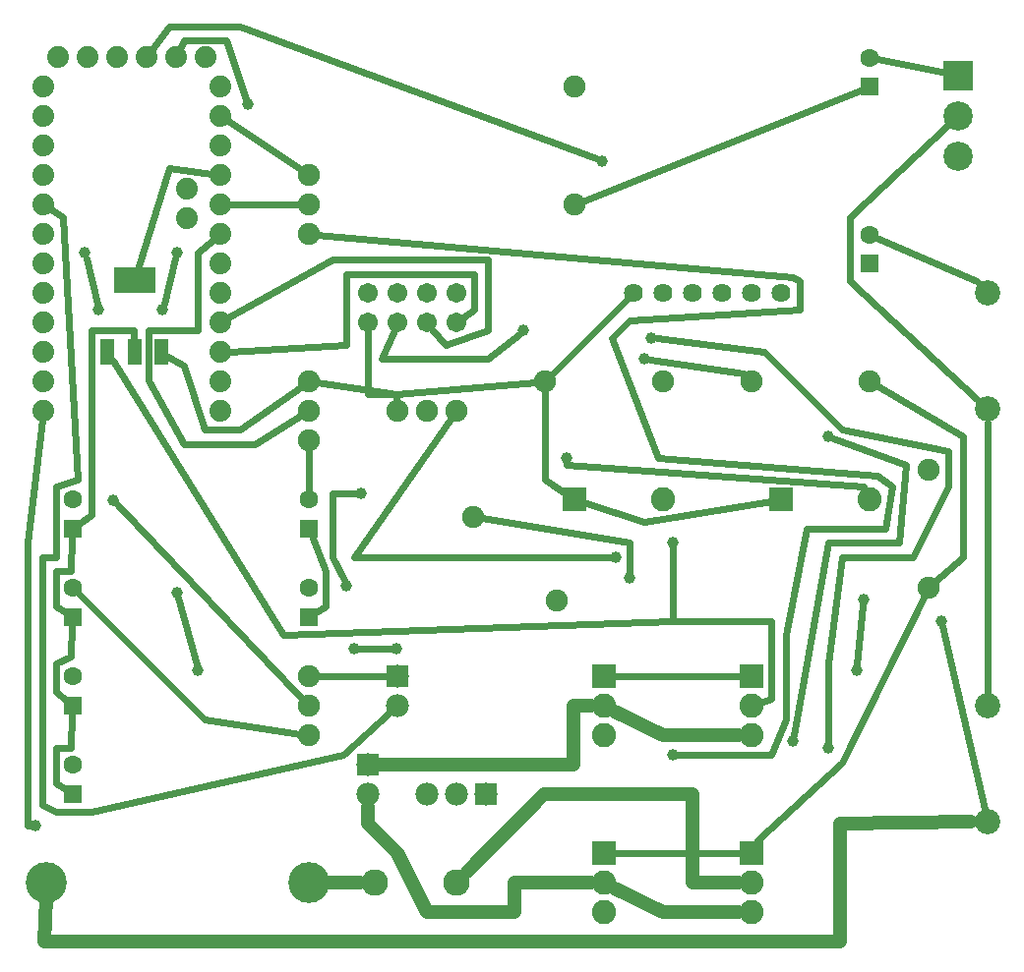
<source format=gbl>
G04 MADE WITH FRITZING*
G04 WWW.FRITZING.ORG*
G04 DOUBLE SIDED*
G04 HOLES PLATED*
G04 CONTOUR ON CENTER OF CONTOUR VECTOR*
%ASAXBY*%
%FSLAX23Y23*%
%MOIN*%
%OFA0B0*%
%SFA1.0B1.0*%
%ADD10C,0.039370*%
%ADD11C,0.078000*%
%ADD12C,0.062992*%
%ADD13C,0.075000*%
%ADD14C,0.074000*%
%ADD15C,0.064000*%
%ADD16C,0.085437*%
%ADD17C,0.082000*%
%ADD18C,0.090000*%
%ADD19C,0.067278*%
%ADD20C,0.138889*%
%ADD21C,0.099055*%
%ADD22R,0.078000X0.078000*%
%ADD23R,0.062992X0.062992*%
%ADD24R,0.082000X0.082000*%
%ADD25R,0.099055X0.099055*%
%ADD26R,0.048000X0.088000*%
%ADD27R,0.141732X0.086614*%
%ADD28C,0.024000*%
%ADD29C,0.048000*%
%LNCOPPER0*%
G90*
G70*
G54D10*
X2220Y1454D03*
X1860Y1742D03*
X540Y2438D03*
X492Y2246D03*
X324Y1598D03*
X228Y2438D03*
X276Y2246D03*
X1116Y1310D03*
X1164Y1622D03*
X2124Y2078D03*
X1284Y1094D03*
X1140Y1094D03*
X2220Y734D03*
X612Y1022D03*
X540Y1286D03*
X2028Y1406D03*
X2748Y1814D03*
X2628Y782D03*
X1716Y2174D03*
X2148Y2150D03*
X2748Y758D03*
X60Y494D03*
X780Y2942D03*
X2844Y1022D03*
X2868Y1262D03*
X2076Y1334D03*
X1980Y2750D03*
X3132Y1190D03*
G54D11*
X1288Y1001D03*
X1288Y901D03*
G54D12*
X2888Y2401D03*
X2888Y2500D03*
X2888Y3001D03*
X2888Y3100D03*
G54D13*
X1888Y3001D03*
X1888Y2601D03*
G54D14*
X638Y3101D03*
X538Y3101D03*
X438Y3101D03*
X338Y3101D03*
X238Y3101D03*
X138Y3101D03*
X688Y3001D03*
X688Y2901D03*
X688Y2801D03*
X688Y2701D03*
X688Y2601D03*
X573Y2656D03*
X573Y2556D03*
X688Y2501D03*
X688Y2401D03*
X688Y2301D03*
X688Y2201D03*
X688Y2101D03*
X688Y2001D03*
X688Y1901D03*
X88Y1901D03*
X88Y2001D03*
X88Y2101D03*
X88Y2201D03*
X88Y2301D03*
X88Y2401D03*
X88Y2501D03*
X88Y2601D03*
X88Y2701D03*
X88Y2801D03*
X88Y2901D03*
X88Y3001D03*
G54D15*
X2588Y2301D03*
X2488Y2301D03*
X2388Y2301D03*
X2288Y2301D03*
X2188Y2301D03*
X2088Y2301D03*
G54D16*
X3288Y508D03*
X3288Y901D03*
X3288Y508D03*
X3288Y901D03*
X3288Y1908D03*
X3288Y2301D03*
X3288Y1908D03*
X3288Y2301D03*
G54D17*
X1988Y401D03*
X1988Y301D03*
X1988Y201D03*
X1988Y1001D03*
X1988Y901D03*
X1988Y801D03*
X2488Y401D03*
X2488Y301D03*
X2488Y201D03*
X2488Y1001D03*
X2488Y901D03*
X2488Y801D03*
G54D13*
X1788Y2001D03*
X2188Y2001D03*
X3088Y1701D03*
X3088Y1301D03*
X2488Y2001D03*
X2888Y2001D03*
X1546Y1543D03*
X1829Y1260D03*
G54D17*
X1888Y1601D03*
X2188Y1601D03*
X2588Y1601D03*
X2888Y1601D03*
G54D18*
X1488Y301D03*
X1212Y301D03*
G54D19*
X1188Y2301D03*
X1288Y2301D03*
X1388Y2301D03*
X1488Y2301D03*
X1188Y2201D03*
X1288Y2201D03*
X1388Y2201D03*
X1488Y2201D03*
G54D20*
X99Y301D03*
X988Y301D03*
G54D11*
X1588Y601D03*
X1488Y601D03*
X1388Y601D03*
X1188Y701D03*
X1188Y601D03*
G54D13*
X1288Y1901D03*
X1388Y1901D03*
X1488Y1901D03*
G54D12*
X188Y903D03*
X188Y1001D03*
X188Y603D03*
X188Y701D03*
X188Y1503D03*
X188Y1601D03*
X188Y1203D03*
X188Y1301D03*
G54D13*
X988Y1001D03*
X988Y901D03*
X988Y801D03*
G54D12*
X988Y1503D03*
X988Y1601D03*
X988Y1203D03*
X988Y1301D03*
G54D13*
X988Y2001D03*
X988Y1901D03*
X988Y1801D03*
X988Y2701D03*
X988Y2601D03*
X988Y2501D03*
G54D21*
X3188Y3039D03*
X3188Y2901D03*
X3188Y2764D03*
G54D22*
X1288Y1001D03*
G54D23*
X2888Y2401D03*
X2888Y3001D03*
G54D24*
X1988Y401D03*
X1988Y1001D03*
X2488Y401D03*
X2488Y1001D03*
X1888Y1601D03*
X2588Y1601D03*
G54D22*
X1588Y601D03*
X1188Y701D03*
G54D23*
X188Y903D03*
X188Y603D03*
X188Y1503D03*
X188Y1203D03*
X988Y1503D03*
X988Y1203D03*
G54D25*
X3188Y3039D03*
G54D26*
X488Y2101D03*
X397Y2101D03*
X306Y2101D03*
G54D27*
X397Y2345D03*
G54D28*
X959Y2601D02*
X719Y2601D01*
D02*
X1808Y2022D02*
X2066Y2279D01*
D02*
X1861Y1620D02*
X1788Y1670D01*
X1788Y1670D02*
X1788Y1973D01*
D02*
X1286Y1930D02*
X1284Y1958D01*
X1284Y1958D02*
X1759Y1999D01*
D02*
X1016Y1997D02*
X1284Y1958D01*
X1284Y1958D02*
X1286Y1930D01*
D02*
X1188Y2173D02*
X1188Y1958D01*
X1188Y1958D02*
X1284Y1958D01*
D02*
X506Y2090D02*
X564Y2054D01*
X564Y2054D02*
X636Y1838D01*
X636Y1838D02*
X756Y1838D01*
X756Y1838D02*
X964Y1985D01*
D02*
X714Y2884D02*
X964Y2717D01*
D02*
X2556Y1596D02*
X2124Y1526D01*
X2124Y1526D02*
X1918Y1592D01*
D02*
X2914Y3095D02*
X3148Y3047D01*
D02*
X2912Y2489D02*
X3252Y2342D01*
X3252Y2342D02*
X3258Y2336D01*
D02*
X1016Y1001D02*
X1258Y1001D01*
D02*
X2518Y912D02*
X2556Y926D01*
X2556Y926D02*
X2556Y1190D01*
X2556Y1190D02*
X2220Y1190D01*
X2220Y1190D02*
X2220Y1435D01*
D02*
X324Y2072D02*
X900Y1142D01*
X900Y1142D02*
X2220Y1190D01*
D02*
X1510Y2218D02*
X1548Y2246D01*
X1548Y2246D02*
X1548Y2366D01*
X1548Y2366D02*
X1116Y2366D01*
X1116Y2366D02*
X1116Y2126D01*
X1116Y2126D02*
X719Y2103D01*
D02*
X1406Y2180D02*
X1452Y2126D01*
X1452Y2126D02*
X1596Y2174D01*
X1596Y2174D02*
X1596Y2414D01*
X1596Y2414D02*
X1068Y2414D01*
X1068Y2414D02*
X715Y2217D01*
D02*
X165Y1217D02*
X132Y1238D01*
D02*
X132Y1238D02*
X132Y1358D01*
X132Y1358D02*
X180Y1358D01*
X180Y1358D02*
X186Y1476D01*
D02*
X167Y920D02*
X132Y950D01*
D02*
X132Y950D02*
X132Y1046D01*
X132Y1046D02*
X180Y1070D01*
X180Y1070D02*
X186Y1176D01*
D02*
X165Y617D02*
X132Y638D01*
D02*
X132Y638D02*
X132Y758D01*
X132Y758D02*
X180Y758D01*
X180Y758D02*
X186Y876D01*
D02*
X396Y2140D02*
X396Y2174D01*
X396Y2174D02*
X252Y2174D01*
X252Y2174D02*
X252Y1550D01*
X252Y1550D02*
X209Y1519D01*
D02*
X657Y2706D02*
X516Y2726D01*
X516Y2726D02*
X409Y2383D01*
D02*
X997Y1478D02*
X1044Y1358D01*
D02*
X1044Y1358D02*
X1044Y1238D01*
X1044Y1238D02*
X1010Y1217D01*
D02*
X2875Y1631D02*
X2868Y1646D01*
X2868Y1646D02*
X1860Y1718D01*
X1860Y1718D02*
X1860Y1723D01*
D02*
X963Y1887D02*
X804Y1790D01*
X804Y1790D02*
X564Y1790D01*
X564Y1790D02*
X444Y2006D01*
X444Y2006D02*
X444Y2174D01*
X444Y2174D02*
X612Y2174D01*
X612Y2174D02*
X612Y2438D01*
X612Y2438D02*
X664Y2481D01*
D02*
X1265Y881D02*
X1104Y734D01*
X1104Y734D02*
X252Y542D01*
X252Y542D02*
X132Y542D01*
X132Y542D02*
X84Y566D01*
X84Y566D02*
X84Y1406D01*
X84Y1406D02*
X132Y1406D01*
X132Y1406D02*
X132Y1646D01*
X132Y1646D02*
X204Y1670D01*
X204Y1670D02*
X156Y2558D01*
X156Y2558D02*
X114Y2585D01*
D02*
X535Y2420D02*
X497Y2265D01*
D02*
X337Y1585D02*
X968Y922D01*
D02*
X233Y2420D02*
X271Y2265D01*
D02*
X988Y1773D02*
X988Y1628D01*
D02*
X959Y806D02*
X636Y854D01*
X636Y854D02*
X207Y1282D01*
D02*
X1108Y1327D02*
X1068Y1406D01*
X1068Y1406D02*
X1068Y1622D01*
X1068Y1622D02*
X1145Y1622D01*
D02*
X2143Y2076D02*
X2460Y2030D01*
X2460Y2030D02*
X2468Y2022D01*
D02*
X1265Y1094D02*
X1159Y1094D01*
D02*
X1016Y2499D02*
X2628Y2354D01*
X2628Y2354D02*
X2652Y2342D01*
X2652Y2342D02*
X2652Y2246D01*
X2652Y2246D02*
X2076Y2210D01*
X2076Y2210D02*
X2016Y2150D01*
X2016Y2150D02*
X2172Y1742D01*
X2172Y1742D02*
X2916Y1682D01*
X2916Y1682D02*
X2964Y1646D01*
X2964Y1646D02*
X2940Y1502D01*
X2940Y1502D02*
X2676Y1502D01*
X2676Y1502D02*
X2604Y1142D01*
X2604Y1142D02*
X2604Y854D01*
X2604Y854D02*
X2556Y734D01*
X2556Y734D02*
X2239Y734D01*
D02*
X607Y1041D02*
X545Y1268D01*
D02*
X1471Y1878D02*
X1140Y1406D01*
X1140Y1406D02*
X2009Y1406D01*
D02*
X2766Y1808D02*
X3012Y1718D01*
X3012Y1718D02*
X2988Y1454D01*
X2988Y1454D02*
X2748Y1454D01*
X2748Y1454D02*
X2631Y801D01*
D02*
X1277Y2176D02*
X1236Y2078D01*
X1236Y2078D02*
X1596Y2078D01*
X1596Y2078D02*
X1701Y2162D01*
D02*
X2167Y2148D02*
X2532Y2102D01*
X2532Y2102D02*
X2796Y1838D01*
X2796Y1838D02*
X3156Y1766D01*
X3156Y1766D02*
X3156Y1646D01*
X3156Y1646D02*
X3036Y1406D01*
X3036Y1406D02*
X2796Y1406D01*
X2796Y1406D02*
X2748Y1046D01*
X2748Y1046D02*
X2748Y777D01*
D02*
X41Y494D02*
X36Y494D01*
X36Y494D02*
X36Y1454D01*
X36Y1454D02*
X84Y1871D01*
D02*
X1914Y2612D02*
X2863Y2991D01*
D02*
X3158Y2874D02*
X2820Y2558D01*
X2820Y2558D02*
X2820Y2342D01*
X2820Y2342D02*
X3254Y1939D01*
D02*
X3288Y947D02*
X3288Y1862D01*
D02*
X551Y3130D02*
X564Y3158D01*
X564Y3158D02*
X708Y3158D01*
X708Y3158D02*
X774Y2960D01*
D02*
X2846Y1041D02*
X2866Y1243D01*
D02*
X2076Y1353D02*
X2076Y1454D01*
X2076Y1454D02*
X1574Y1538D01*
D02*
X3109Y1321D02*
X3204Y1406D01*
X3204Y1406D02*
X3204Y1814D01*
X3204Y1814D02*
X2912Y1987D01*
D02*
X2501Y431D02*
X2508Y446D01*
X2508Y446D02*
X2796Y710D01*
X2796Y710D02*
X3075Y1276D01*
D02*
X456Y3126D02*
X516Y3206D01*
X516Y3206D02*
X756Y3206D01*
X756Y3206D02*
X1962Y2757D01*
D02*
X3277Y552D02*
X3136Y1172D01*
G54D29*
D02*
X1040Y301D02*
X1162Y301D01*
D02*
X2789Y101D02*
X2789Y502D01*
D02*
X2789Y502D02*
X3231Y507D01*
D02*
X90Y101D02*
X2789Y101D01*
D02*
X97Y249D02*
X90Y101D01*
D02*
X1786Y602D02*
X1523Y337D01*
D02*
X2287Y602D02*
X1786Y602D01*
D02*
X2287Y301D02*
X2287Y602D01*
D02*
X2444Y301D02*
X2287Y301D01*
D02*
X2187Y201D02*
X2026Y282D01*
D02*
X2444Y201D02*
X2187Y201D01*
D02*
X2187Y803D02*
X2444Y802D01*
D02*
X2026Y882D02*
X2187Y803D01*
G54D28*
D02*
X2456Y1001D02*
X2020Y1001D01*
D02*
X2020Y401D02*
X2456Y401D01*
G54D29*
D02*
X1189Y502D02*
X1188Y560D01*
D02*
X1686Y301D02*
X1686Y201D01*
D02*
X1686Y201D02*
X1389Y201D01*
D02*
X1389Y201D02*
X1289Y401D01*
D02*
X1289Y401D02*
X1189Y502D01*
D02*
X1944Y301D02*
X1686Y301D01*
D02*
X1886Y903D02*
X1944Y902D01*
D02*
X1886Y702D02*
X1886Y903D01*
D02*
X1229Y701D02*
X1886Y702D01*
G04 End of Copper0*
M02*
</source>
